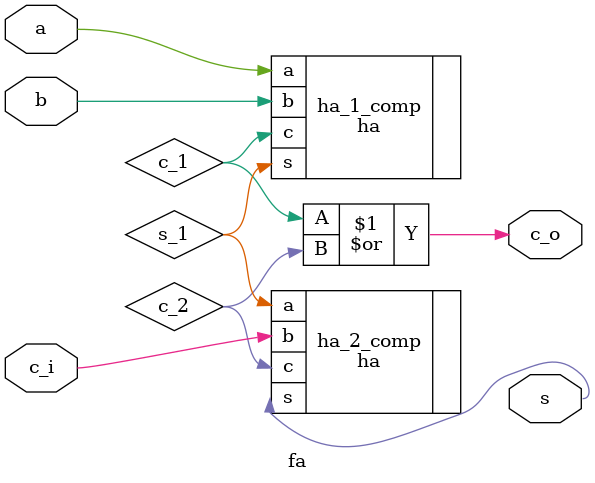
<source format=v>
module fa
(
	input   [0 : 0] a,
	input   [0 : 0] b,
	input   [0 : 0] c_i,
	output  [0 : 0] s,
	output  [0 : 0] c_o
);


	wire s_1,c_1,c_2;

	ha ha_1_comp (.a (a), .b(b), .s(s_1), .c(c_1));
	ha ha_2_comp (.a (s_1), .b(c_i), .s(s), .c(c_2));

	assign c_o = c_1 | c_2;

endmodule
</source>
